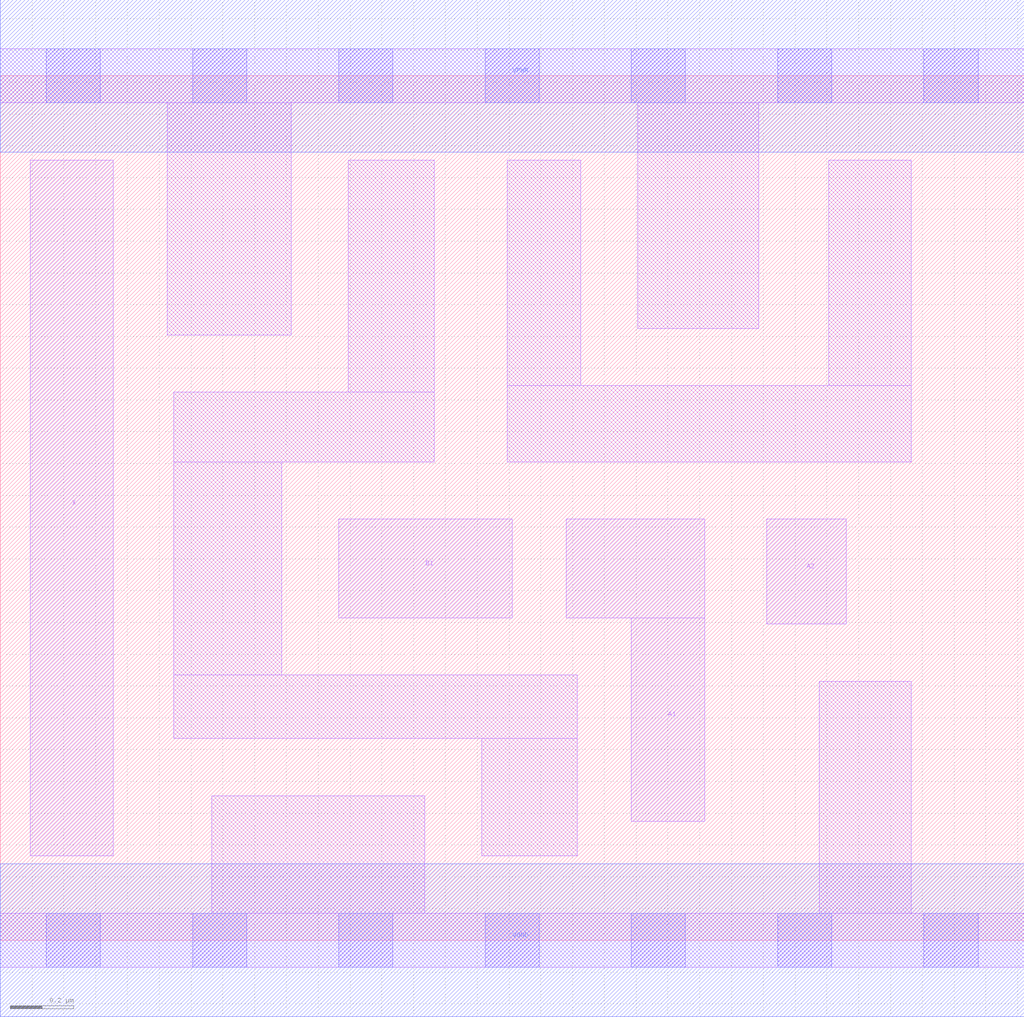
<source format=lef>
# Copyright 2020 The SkyWater PDK Authors
#
# Licensed under the Apache License, Version 2.0 (the "License");
# you may not use this file except in compliance with the License.
# You may obtain a copy of the License at
#
#     https://www.apache.org/licenses/LICENSE-2.0
#
# Unless required by applicable law or agreed to in writing, software
# distributed under the License is distributed on an "AS IS" BASIS,
# WITHOUT WARRANTIES OR CONDITIONS OF ANY KIND, either express or implied.
# See the License for the specific language governing permissions and
# limitations under the License.
#
# SPDX-License-Identifier: Apache-2.0

VERSION 5.7 ;
  NAMESCASESENSITIVE ON ;
  NOWIREEXTENSIONATPIN ON ;
  DIVIDERCHAR "/" ;
  BUSBITCHARS "[]" ;
UNITS
  DATABASE MICRONS 200 ;
END UNITS
PROPERTYDEFINITIONS
  MACRO maskLayoutSubType STRING ;
  MACRO prCellType STRING ;
  MACRO originalViewName STRING ;
END PROPERTYDEFINITIONS
MACRO sky130_fd_sc_hdll__a21o_1
  CLASS CORE ;
  FOREIGN sky130_fd_sc_hdll__a21o_1 ;
  ORIGIN  0.000000  0.000000 ;
  SIZE  3.220000 BY  2.720000 ;
  SYMMETRY X Y R90 ;
  SITE unithd ;
  PIN A1
    ANTENNAGATEAREA  0.277500 ;
    DIRECTION INPUT ;
    USE SIGNAL ;
    PORT
      LAYER li1 ;
        RECT 1.780000 1.015000 2.215000 1.325000 ;
        RECT 1.985000 0.375000 2.215000 1.015000 ;
    END
  END A1
  PIN A2
    ANTENNAGATEAREA  0.277500 ;
    DIRECTION INPUT ;
    USE SIGNAL ;
    PORT
      LAYER li1 ;
        RECT 2.410000 0.995000 2.660000 1.325000 ;
    END
  END A2
  PIN B1
    ANTENNAGATEAREA  0.277500 ;
    DIRECTION INPUT ;
    USE SIGNAL ;
    PORT
      LAYER li1 ;
        RECT 1.065000 1.015000 1.610000 1.325000 ;
    END
  END B1
  PIN VGND
    ANTENNADIFFAREA  0.783250 ;
    DIRECTION INOUT ;
    USE SIGNAL ;
    PORT
      LAYER met1 ;
        RECT 0.000000 -0.240000 3.220000 0.240000 ;
    END
  END VGND
  PIN VPWR
    ANTENNADIFFAREA  0.570000 ;
    DIRECTION INOUT ;
    USE SIGNAL ;
    PORT
      LAYER met1 ;
        RECT 0.000000 2.480000 3.220000 2.960000 ;
    END
  END VPWR
  PIN X
    ANTENNADIFFAREA  0.439000 ;
    DIRECTION OUTPUT ;
    USE SIGNAL ;
    PORT
      LAYER li1 ;
        RECT 0.095000 0.265000 0.355000 2.455000 ;
    END
  END X
  OBS
    LAYER li1 ;
      RECT 0.000000 -0.085000 3.220000 0.085000 ;
      RECT 0.000000  2.635000 3.220000 2.805000 ;
      RECT 0.525000  1.905000 0.915000 2.635000 ;
      RECT 0.545000  0.635000 1.815000 0.835000 ;
      RECT 0.545000  0.835000 0.885000 1.505000 ;
      RECT 0.545000  1.505000 1.365000 1.725000 ;
      RECT 0.665000  0.085000 1.335000 0.455000 ;
      RECT 1.095000  1.725000 1.365000 2.455000 ;
      RECT 1.515000  0.265000 1.815000 0.635000 ;
      RECT 1.595000  1.505000 2.865000 1.745000 ;
      RECT 1.595000  1.745000 1.825000 2.455000 ;
      RECT 2.005000  1.925000 2.385000 2.635000 ;
      RECT 2.575000  0.085000 2.865000 0.815000 ;
      RECT 2.605000  1.745000 2.865000 2.455000 ;
    LAYER mcon ;
      RECT 0.145000 -0.085000 0.315000 0.085000 ;
      RECT 0.145000  2.635000 0.315000 2.805000 ;
      RECT 0.605000 -0.085000 0.775000 0.085000 ;
      RECT 0.605000  2.635000 0.775000 2.805000 ;
      RECT 1.065000 -0.085000 1.235000 0.085000 ;
      RECT 1.065000  2.635000 1.235000 2.805000 ;
      RECT 1.525000 -0.085000 1.695000 0.085000 ;
      RECT 1.525000  2.635000 1.695000 2.805000 ;
      RECT 1.985000 -0.085000 2.155000 0.085000 ;
      RECT 1.985000  2.635000 2.155000 2.805000 ;
      RECT 2.445000 -0.085000 2.615000 0.085000 ;
      RECT 2.445000  2.635000 2.615000 2.805000 ;
      RECT 2.905000 -0.085000 3.075000 0.085000 ;
      RECT 2.905000  2.635000 3.075000 2.805000 ;
  END
  PROPERTY maskLayoutSubType "abstract" ;
  PROPERTY prCellType "standard" ;
  PROPERTY originalViewName "layout" ;
END sky130_fd_sc_hdll__a21o_1
END LIBRARY

</source>
